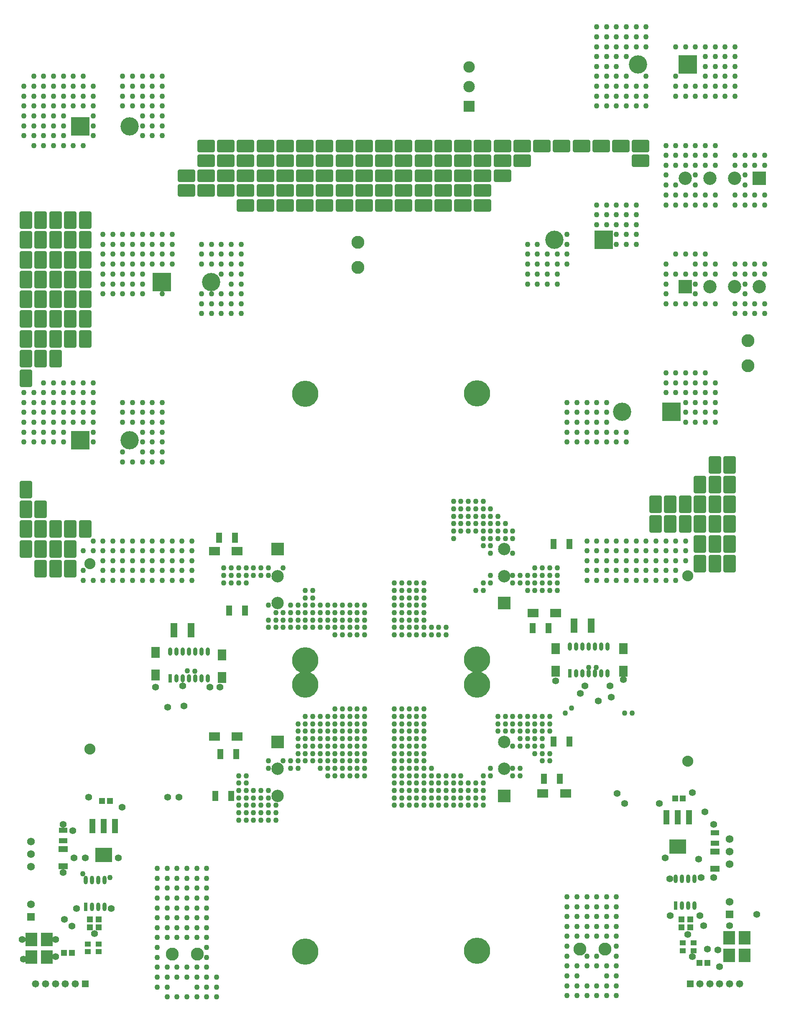
<source format=gts>
%FSTAX23Y23*%
%MOIN*%
%SFA1B1*%

%IPPOS*%
%AMD71*
4,1,8,0.059100,0.049200,-0.059100,0.049200,-0.068900,0.039400,-0.068900,-0.039400,-0.059100,-0.049200,0.059100,-0.049200,0.068900,-0.039400,0.068900,0.039400,0.059100,0.049200,0.0*
1,1,0.019600,0.059100,0.039400*
1,1,0.019600,-0.059100,0.039400*
1,1,0.019600,-0.059100,-0.039400*
1,1,0.019600,0.059100,-0.039400*
%
%AMD72*
4,1,8,-0.049200,0.059100,-0.049200,-0.059100,-0.039400,-0.068900,0.039400,-0.068900,0.049200,-0.059100,0.049200,0.059100,0.039400,0.068900,-0.039400,0.068900,-0.049200,0.059100,0.0*
1,1,0.019600,-0.039400,0.059100*
1,1,0.019600,-0.039400,-0.059100*
1,1,0.019600,0.039400,-0.059100*
1,1,0.019600,0.039400,0.059100*
%
G04~CAMADD=71~8~0.0~0.0~1378.0~984.0~98.0~0.0~15~0.0~0.0~0.0~0.0~0~0.0~0.0~0.0~0.0~0~0.0~0.0~0.0~0.0~1378.0~984.0*
%ADD71D71*%
G04~CAMADD=72~8~0.0~0.0~1378.0~984.0~98.0~0.0~15~0.0~0.0~0.0~0.0~0~0.0~0.0~0.0~0.0~0~0.0~0.0~0.0~90.0~984.0~1378.0*
%ADD72D72*%
%ADD73O,0.031600X0.065100*%
%ADD74R,0.031600X0.065100*%
%ADD75R,0.051300X0.080800*%
%ADD76R,0.067100X0.043400*%
%ADD77R,0.049300X0.039500*%
%ADD78R,0.053300X0.118200*%
%ADD79R,0.051300X0.047400*%
%ADD80R,0.047400X0.051300*%
%ADD81R,0.094000X0.110200*%
%ADD82R,0.047400X0.114300*%
%ADD83R,0.137900X0.114300*%
%ADD84R,0.086700X0.069000*%
%ADD85R,0.069000X0.086700*%
%ADD86R,0.031600X0.069000*%
%ADD87O,0.031600X0.069000*%
%ADD88R,0.076900X0.051300*%
%ADD89C,0.103000*%
%ADD90C,0.088000*%
%ADD91C,0.208800*%
%ADD92C,0.145800*%
%ADD93R,0.145800X0.145800*%
%ADD94C,0.098600*%
%ADD95R,0.098600X0.098600*%
%ADD96R,0.057900X0.057900*%
%ADD97C,0.057900*%
%ADD98C,0.106400*%
%ADD99R,0.106400X0.106400*%
%ADD100R,0.061500X0.061500*%
%ADD101C,0.061500*%
%ADD102R,0.091000X0.091000*%
%ADD103C,0.091000*%
%ADD104C,0.043400*%
%ADD105C,0.055200*%
%LNr100.230.010.000-00_invertor-1*%
%LPD*%
G54D71*
X03051Y07106D03*
X03208D03*
X03523D03*
X03366D03*
X03681D03*
X02893D03*
X02578D03*
X02736D03*
X02421D03*
X02263D03*
X02106D03*
X01791D03*
X01948D03*
X01633D03*
X01476Y0687D03*
Y06752D03*
X01633D03*
Y0687D03*
Y06988D03*
X01948D03*
Y0687D03*
Y06752D03*
Y06633D03*
X01791Y06752D03*
Y0687D03*
Y06988D03*
X02106Y06633D03*
Y06752D03*
Y0687D03*
Y06988D03*
X02263D03*
Y0687D03*
Y06752D03*
Y06633D03*
X02421D03*
Y06752D03*
Y0687D03*
Y06988D03*
X02736D03*
Y0687D03*
Y06752D03*
Y06633D03*
X02578D03*
Y06752D03*
Y0687D03*
Y06988D03*
X02893Y06633D03*
Y06752D03*
Y0687D03*
Y06988D03*
X03838Y07106D03*
X05098Y06988D03*
Y07106D03*
X0494D03*
X04783D03*
X04626D03*
X04468D03*
X04311D03*
X04153Y06988D03*
Y07106D03*
X03996D03*
Y06988D03*
Y0687D03*
X03681Y06988D03*
Y0687D03*
Y06752D03*
Y06633D03*
X03838D03*
Y06752D03*
Y0687D03*
Y06988D03*
X03366D03*
Y0687D03*
Y06752D03*
Y06633D03*
X03523D03*
Y06752D03*
Y0687D03*
Y06988D03*
X03208D03*
Y0687D03*
Y06752D03*
Y06633D03*
X03051D03*
Y06752D03*
Y0687D03*
Y06988D03*
G54D72*
X00196Y05728D03*
X00315D03*
X00433D03*
X00551D03*
Y0557D03*
X00433D03*
X00315D03*
X00196D03*
X00669D03*
Y05728D03*
Y06515D03*
Y062D03*
Y06358D03*
Y06043D03*
Y05885D03*
X00196D03*
X00315D03*
X00433D03*
X00551D03*
Y06043D03*
X00433D03*
X00315D03*
X00196D03*
Y06358D03*
X00315D03*
X00433D03*
X00551D03*
Y062D03*
X00433D03*
X00315D03*
X00196D03*
X00551Y06515D03*
X00433D03*
X00315D03*
X00196D03*
X00433Y05413D03*
X00315D03*
X00196D03*
Y05255D03*
Y0437D03*
Y04212D03*
X00315D03*
X00669Y04055D03*
X00196D03*
X00315D03*
X00433D03*
X00551D03*
X00196Y03897D03*
X00315D03*
X00433D03*
X00551D03*
X00315Y0374D03*
X00433D03*
X00551D03*
X05334Y04252D03*
X05452D03*
X0557D03*
X05689D03*
X05807D03*
X05334Y04094D03*
X05452D03*
X0557D03*
X05689D03*
X05807D03*
X0557Y03937D03*
X05689D03*
X05807D03*
X0557Y03779D03*
X05689D03*
X05807D03*
X05216Y04094D03*
Y04252D03*
X05807Y04409D03*
Y04566D03*
X05689Y04409D03*
Y04566D03*
X0557Y04409D03*
G54D73*
X01646Y03079D03*
X01596D03*
X01546D03*
X01496D03*
X01446D03*
X01396D03*
X01346D03*
X01646Y02865D03*
X01596D03*
X01546D03*
X01496D03*
X01446D03*
X01396D03*
X04835Y03119D03*
X04785D03*
X04735D03*
X04685D03*
X04635D03*
X04585D03*
X04535D03*
X04835Y02904D03*
X04785D03*
X04735D03*
X04685D03*
X04635D03*
X04585D03*
G54D74*
X01346Y02865D03*
X04535Y02904D03*
G54D75*
X01738Y03986D03*
X01864D03*
X01816Y03405D03*
X01942D03*
X01748Y02263D03*
X01874D03*
X01708Y01929D03*
X01834D03*
X04364Y03267D03*
X04238D03*
X04531Y03937D03*
X04405D03*
X04452Y02066D03*
X04326D03*
X04531Y02362D03*
X04405D03*
G54D76*
X05689Y01635D03*
Y01553D03*
X00492Y01655D03*
Y01572D03*
G54D77*
X00689Y00749D03*
Y00688D03*
X00777Y00749D03*
Y00688D03*
X05433Y00758D03*
Y00697D03*
X05521Y00758D03*
Y00697D03*
G54D78*
X01378Y03248D03*
X01514D03*
X04567Y03287D03*
X04703D03*
G54D79*
X00708Y00883D03*
Y00946D03*
X00777Y00883D03*
Y00946D03*
X05423Y00883D03*
Y00946D03*
X05492Y00883D03*
Y00946D03*
G54D80*
X00805Y01889D03*
X00868D03*
X05372Y01909D03*
X05435D03*
X00563Y00679D03*
X005D03*
X05568Y006D03*
X05631D03*
G54D81*
X00241Y00645D03*
X00365D03*
X00241Y00785D03*
X00365D03*
X05804Y00658D03*
X05928D03*
X05804Y00798D03*
X05928D03*
G54D82*
X00907Y0169D03*
X00816D03*
X00726D03*
X05484Y01759D03*
X05393D03*
X05303D03*
G54D83*
X00816Y01458D03*
X05393Y01527D03*
G54D84*
X017Y03878D03*
X01881D03*
X017Y02401D03*
X01881D03*
X04421Y03385D03*
X0424D03*
X045Y01948D03*
X04318D03*
G54D85*
X0123Y03072D03*
Y02891D03*
X01761Y03053D03*
Y02872D03*
X04419Y03102D03*
Y02921D03*
X0496Y03102D03*
Y02921D03*
G54D86*
X00673Y01044D03*
X05377Y01054D03*
G54D87*
X00723Y01044D03*
X00773D03*
X00823D03*
X00673Y01258D03*
X00723D03*
X00773D03*
X00823D03*
X05427Y01054D03*
X05477D03*
X05527D03*
X05377Y01268D03*
X05427D03*
X05477D03*
X05527D03*
G54D88*
X00492Y01369D03*
Y01504D03*
X05689Y01349D03*
Y01485D03*
G54D89*
X04613Y00708D03*
X04813D03*
X02844Y06338D03*
Y06138D03*
X01365Y00669D03*
X01565D03*
X05954Y05354D03*
Y05554D03*
G54D90*
X00708Y02303D03*
Y03779D03*
X05472Y02204D03*
Y03681D03*
G54D91*
X02423Y05133D03*
Y0301D03*
X03793Y03014D03*
Y05137D03*
X02423Y02814D03*
Y0069D03*
X03793Y00694D03*
Y02817D03*
G54D92*
X01023Y04763D03*
Y07263D03*
X0495Y0499D03*
X04409Y06358D03*
X05078Y07755D03*
X01673Y06023D03*
G54D93*
X00629Y04763D03*
Y07263D03*
X05344Y0499D03*
X04803Y06358D03*
X05472Y07755D03*
X01279Y06023D03*
G54D94*
X04009Y02359D03*
Y02144D03*
X02202Y0193D03*
Y02144D03*
Y03465D03*
Y0368D03*
X04009Y03894D03*
Y0368D03*
G54D95*
X04009Y0193D03*
X02202Y02359D03*
Y03894D03*
X04009Y03465D03*
G54D96*
X05492Y00433D03*
X00669D03*
G54D97*
X0557Y00433D03*
X05649D03*
X05728D03*
X05807D03*
X05886D03*
X0059D03*
X00511D03*
X00433D03*
X00354D03*
X00275D03*
G54D98*
X06043Y05984D03*
X05846D03*
X05649D03*
X05452Y0685D03*
X05649D03*
X05846D03*
G54D99*
X05452Y05984D03*
X06043Y0685D03*
G54D100*
X00236Y00965D03*
X05807Y00984D03*
G54D101*
X00236Y01065D03*
Y01365D03*
Y01465D03*
Y01565D03*
X05807Y01084D03*
Y01384D03*
Y01484D03*
Y01584D03*
G54D102*
X0373Y07422D03*
G54D103*
X0373Y07578D03*
Y07734D03*
G54D104*
X01283Y05063D03*
Y04984D03*
Y04905D03*
Y04826D03*
Y04748D03*
Y04669D03*
Y0459D03*
X01204Y05063D03*
Y04984D03*
Y04905D03*
Y04826D03*
Y04748D03*
Y04669D03*
Y0459D03*
X01126Y05063D03*
Y04984D03*
Y04905D03*
Y04826D03*
Y04748D03*
Y04669D03*
Y0459D03*
X01047Y05063D03*
Y04984D03*
Y04905D03*
Y0459D03*
X00968Y05063D03*
Y04984D03*
Y04905D03*
Y04669D03*
Y0459D03*
X04511Y06322D03*
Y06244D03*
Y06165D03*
X04433D03*
Y06007D03*
X04354Y06244D03*
Y06007D03*
X04275Y06165D03*
Y06086D03*
Y06007D03*
X04196Y06322D03*
Y06244D03*
X04511Y06401D03*
X04275Y06322D03*
X04433Y06244D03*
X04275D03*
X04354Y06165D03*
X04433Y06086D03*
X04354D03*
X04196Y06165D03*
Y06086D03*
Y06007D03*
X04374Y02563D03*
Y02503D03*
Y02444D03*
Y02267D03*
Y02208D03*
X04315Y02563D03*
Y02503D03*
Y02444D03*
Y02385D03*
Y02326D03*
Y02267D03*
Y02208D03*
X04255Y02563D03*
Y02503D03*
Y02444D03*
Y02385D03*
Y02326D03*
Y02267D03*
X04196Y02563D03*
Y02503D03*
Y02444D03*
Y02385D03*
Y02326D03*
X04137Y02563D03*
Y02503D03*
Y02444D03*
Y02385D03*
Y02326D03*
X04078Y02563D03*
Y02503D03*
Y02444D03*
Y02326D03*
X04019Y02563D03*
Y02503D03*
Y02444D03*
X0396Y02563D03*
Y02503D03*
Y02444D03*
X04984Y04748D03*
X04826Y05063D03*
Y04984D03*
Y04826D03*
Y04748D03*
X04748Y04984D03*
Y04905D03*
Y04826D03*
Y04748D03*
X04669Y04984D03*
Y04905D03*
X0459Y05063D03*
Y04905D03*
Y04826D03*
X04511Y04984D03*
Y04905D03*
X06086Y06165D03*
Y06086D03*
Y0585D03*
Y05771D03*
X06007Y06165D03*
Y06086D03*
Y0585D03*
Y05771D03*
X05929Y06165D03*
Y06086D03*
Y06007D03*
Y05929D03*
Y0585D03*
Y05771D03*
X0585Y06165D03*
Y06086D03*
Y0585D03*
Y05771D03*
X06086Y07031D03*
Y06952D03*
Y06716D03*
Y06637D03*
X06007Y07031D03*
Y06952D03*
Y06716D03*
Y06637D03*
X05929Y07031D03*
Y06952D03*
Y06874D03*
Y06795D03*
Y06716D03*
Y06637D03*
X0585Y07031D03*
Y06952D03*
Y06716D03*
Y06637D03*
X05692Y06165D03*
Y06086D03*
Y0585D03*
X05614Y06086D03*
Y0585D03*
X05535Y06086D03*
X05456D03*
Y0585D03*
X05378Y06086D03*
X05299Y06165D03*
Y06007D03*
Y05929D03*
Y0585D03*
X05141Y08055D03*
Y07661D03*
Y07425D03*
X05063Y08055D03*
Y07897D03*
Y07582D03*
Y07503D03*
X04984Y08055D03*
Y07661D03*
Y07425D03*
X04905Y07976D03*
Y07818D03*
Y07661D03*
Y07582D03*
X04826D03*
X04748Y07976D03*
Y0774D03*
Y07661D03*
Y07425D03*
X05692Y0522D03*
Y05063D03*
Y04984D03*
X05614Y05141D03*
Y05063D03*
X05535Y05299D03*
Y04905D03*
X05456Y0522D03*
Y04984D03*
Y04905D03*
X05378Y05299D03*
X05299D03*
Y0522D03*
Y05141D03*
Y06637D03*
X05063Y06559D03*
Y0648D03*
Y06401D03*
X04984Y0648D03*
Y06401D03*
X04905Y06637D03*
Y06559D03*
Y06322D03*
X04748Y06637D03*
Y06559D03*
X05692Y07031D03*
Y06952D03*
Y06716D03*
Y06637D03*
X05614Y07031D03*
Y06716D03*
X05535Y0711D03*
Y06952D03*
Y06874D03*
Y06716D03*
X05456Y06952D03*
Y06716D03*
X05378Y0711D03*
Y07031D03*
Y06795D03*
Y06716D03*
Y06637D03*
X05299Y0711D03*
Y07031D03*
Y06874D03*
Y06795D03*
Y06716D03*
X0585Y07897D03*
Y07818D03*
Y0774D03*
Y07661D03*
Y07503D03*
X05771Y07818D03*
Y07661D03*
X05692Y0774D03*
Y07582D03*
X05614Y0774D03*
Y07661D03*
Y07582D03*
Y07503D03*
X05456Y07897D03*
X05378D03*
Y07661D03*
Y07582D03*
Y07503D03*
X00866Y01279D03*
X00649Y01309D03*
X01545Y02923D03*
X01485Y02924D03*
X02897Y03448D03*
Y03389D03*
Y0333D03*
Y03271D03*
Y03212D03*
X02838Y03448D03*
Y03389D03*
Y0333D03*
Y03271D03*
Y03212D03*
X02779Y03448D03*
Y03389D03*
Y0333D03*
Y03271D03*
Y03212D03*
X0272Y03448D03*
Y03389D03*
Y0333D03*
Y03271D03*
Y03212D03*
X02661Y03448D03*
Y03389D03*
Y0333D03*
Y03271D03*
Y03212D03*
X02602Y03389D03*
Y0333D03*
Y03271D03*
X02543Y0333D03*
Y03271D03*
X02484Y03507D03*
Y03389D03*
Y0333D03*
Y03271D03*
X02425Y03507D03*
Y03389D03*
Y0333D03*
Y03271D03*
X02366Y03448D03*
Y03389D03*
Y0333D03*
Y03271D03*
X02307Y03448D03*
Y03389D03*
Y0333D03*
Y03271D03*
X02248Y03389D03*
Y0333D03*
Y03271D03*
X02189Y03389D03*
Y0333D03*
Y03271D03*
X02129Y03448D03*
Y0333D03*
Y03271D03*
X02248Y03744D03*
X02129D03*
Y03685D03*
X0207Y03744D03*
Y03685D03*
X02011Y03744D03*
Y03685D03*
X01952Y03744D03*
Y03685D03*
Y03626D03*
X01893Y03744D03*
Y03685D03*
Y03626D03*
X01834Y03744D03*
Y03685D03*
Y03626D03*
X01775Y03744D03*
Y03685D03*
Y03626D03*
X05029Y02588D03*
X0497D03*
X04498D03*
X04547Y02628D03*
X04744Y02952D03*
X05456Y0396D03*
X05378D03*
Y03881D03*
X05299Y0396D03*
Y03645D03*
X0522Y03881D03*
Y03724D03*
Y03645D03*
X05141Y0396D03*
Y03881D03*
Y03803D03*
X04984Y03881D03*
Y03724D03*
Y03645D03*
X04905Y03881D03*
Y03724D03*
Y03645D03*
X04826Y0396D03*
Y03881D03*
Y03803D03*
X04748Y03881D03*
X04669Y03724D03*
X01519Y03881D03*
Y03803D03*
Y03724D03*
Y03645D03*
X0144Y0396D03*
Y03803D03*
Y03645D03*
X01362Y0396D03*
Y03803D03*
Y03724D03*
Y03645D03*
X01283Y0396D03*
Y03881D03*
Y03724D03*
Y03645D03*
X01204Y03803D03*
Y03724D03*
Y03645D03*
X01126Y0396D03*
Y03803D03*
Y03645D03*
X01047Y0396D03*
Y03803D03*
Y03645D03*
X00968Y03881D03*
Y03724D03*
X00889Y0396D03*
Y03881D03*
Y03803D03*
Y03724D03*
Y03645D03*
X00811Y0396D03*
Y03881D03*
Y03803D03*
X00732Y03881D03*
Y03645D03*
X00653D03*
X02129Y02149D03*
Y02208D03*
X02248D03*
X02307Y02149D03*
Y02208D03*
X02366Y02149D03*
Y02208D03*
Y02267D03*
Y02326D03*
Y02385D03*
Y02444D03*
Y02503D03*
X02425Y02208D03*
Y02267D03*
Y02326D03*
Y02385D03*
Y02444D03*
Y02503D03*
Y02563D03*
X02484Y02208D03*
Y02267D03*
Y02326D03*
Y02385D03*
Y02444D03*
Y02503D03*
Y02563D03*
X02543Y02149D03*
Y02208D03*
Y02267D03*
Y02326D03*
Y02385D03*
Y02444D03*
Y02503D03*
Y02563D03*
X02602Y0209D03*
Y02149D03*
Y02208D03*
Y02267D03*
Y02326D03*
Y02385D03*
Y02444D03*
Y02503D03*
Y02563D03*
X02661Y0209D03*
Y02149D03*
Y02208D03*
Y02267D03*
Y02326D03*
Y02385D03*
Y02444D03*
Y02503D03*
Y02563D03*
Y02622D03*
X0272Y0209D03*
Y02149D03*
Y02208D03*
Y02267D03*
Y02326D03*
Y02385D03*
Y02444D03*
Y02503D03*
Y02563D03*
Y02622D03*
X02779Y0209D03*
Y02149D03*
Y02208D03*
Y02267D03*
Y02326D03*
Y02385D03*
Y02444D03*
Y02503D03*
Y02563D03*
Y02622D03*
X02838Y0209D03*
Y02149D03*
Y02208D03*
Y02267D03*
Y02326D03*
Y02385D03*
Y02444D03*
Y02503D03*
Y02563D03*
Y02622D03*
X02897Y0209D03*
Y02149D03*
Y02208D03*
Y02267D03*
Y02326D03*
Y02385D03*
Y02444D03*
Y02503D03*
Y02563D03*
Y02622D03*
X01244Y00407D03*
Y00486D03*
Y00565D03*
Y00643D03*
Y00722D03*
Y00801D03*
Y00879D03*
Y00958D03*
Y01037D03*
Y01116D03*
Y01194D03*
Y01273D03*
Y01352D03*
X01322Y00328D03*
Y00407D03*
Y00486D03*
Y00565D03*
Y00801D03*
Y00879D03*
Y00958D03*
Y01037D03*
Y01116D03*
Y01194D03*
Y01273D03*
Y01352D03*
X01401Y00328D03*
Y00486D03*
Y00565D03*
Y00801D03*
Y00879D03*
Y00958D03*
Y01037D03*
Y01116D03*
Y01194D03*
Y01273D03*
Y01352D03*
X0148Y00328D03*
Y00486D03*
Y00565D03*
Y00801D03*
Y00879D03*
Y00958D03*
Y01037D03*
Y01116D03*
Y01194D03*
Y01273D03*
Y01352D03*
X01559Y00328D03*
Y00407D03*
Y00486D03*
Y00565D03*
Y00801D03*
Y00879D03*
Y00958D03*
Y01037D03*
Y01116D03*
Y01194D03*
Y01273D03*
Y01352D03*
X01637Y00328D03*
Y00407D03*
Y00486D03*
Y00565D03*
Y00643D03*
Y00722D03*
Y00801D03*
Y00879D03*
Y00958D03*
Y01037D03*
Y01116D03*
Y01194D03*
Y01273D03*
Y01352D03*
X01716Y00328D03*
Y00407D03*
Y00486D03*
X03606Y04098D03*
Y04157D03*
Y04216D03*
Y04275D03*
X03665Y04157D03*
Y04275D03*
X03724Y04098D03*
Y04216D03*
Y04275D03*
X03783Y04157D03*
Y04275D03*
X03842Y03921D03*
Y04039D03*
Y04098D03*
Y04157D03*
X03901Y04216D03*
X0396Y04098D03*
X04019Y0398D03*
Y04039D03*
Y04098D03*
X04078Y03862D03*
Y0398D03*
X03133Y0333D03*
Y03389D03*
X03192Y03271D03*
Y03507D03*
Y03566D03*
Y03626D03*
X03252Y03566D03*
X03311Y03212D03*
Y03389D03*
Y03448D03*
Y03507D03*
Y03566D03*
Y03626D03*
X0337Y03271D03*
Y03389D03*
Y03448D03*
Y03507D03*
Y03566D03*
X03429Y03271D03*
X03547D03*
X03133Y01854D03*
Y02031D03*
Y02149D03*
Y02208D03*
Y02267D03*
X03192Y02031D03*
Y02208D03*
Y02267D03*
X03252Y01972D03*
Y02267D03*
Y02444D03*
Y02563D03*
X03311Y01972D03*
Y02031D03*
Y02149D03*
Y02267D03*
Y02326D03*
Y02385D03*
Y02444D03*
Y02503D03*
Y02622D03*
X0337Y01854D03*
Y0209D03*
Y02149D03*
Y02208D03*
Y02267D03*
Y02326D03*
Y02385D03*
Y02503D03*
Y02563D03*
Y02622D03*
X03429Y01913D03*
Y01972D03*
Y02031D03*
Y0209D03*
X03488Y01854D03*
Y0209D03*
X03547Y01854D03*
Y0209D03*
X03606Y01854D03*
Y01913D03*
Y02031D03*
X03665Y01913D03*
Y01972D03*
Y02031D03*
Y0209D03*
X03724Y01854D03*
Y01913D03*
Y01972D03*
X03783D03*
X03842Y01854D03*
X03901Y0209D03*
Y02149D03*
X04078Y0209D03*
X04137Y02149D03*
X0396Y04157D03*
X03901Y04098D03*
Y04157D03*
X04078Y04039D03*
X0396D03*
X03901Y0398D03*
Y04039D03*
X03842Y04275D03*
Y04216D03*
X03783D03*
Y04039D03*
Y04098D03*
X0396Y0398D03*
X03901Y03921D03*
X04137Y0209D03*
X04078Y02149D03*
X03842Y0398D03*
X03901Y03862D03*
X03842Y0209D03*
X03783Y02031D03*
X03842Y01972D03*
Y02031D03*
Y01913D03*
X03783D03*
X03724Y04157D03*
X03665Y04216D03*
X03724Y04039D03*
X03665Y04098D03*
Y04039D03*
X03606Y0398D03*
Y04039D03*
X03488Y03271D03*
X03724Y02031D03*
X03606Y0209D03*
Y01972D03*
X03547Y03212D03*
Y02031D03*
X03488Y03212D03*
X03547Y01972D03*
X03488Y02031D03*
X03547Y01913D03*
X03488Y01972D03*
Y01913D03*
X03783Y01854D03*
X03665D03*
X0337Y03626D03*
X03252Y03507D03*
X0337Y03212D03*
X03429D03*
X0337Y0333D03*
X03311Y03271D03*
Y0333D03*
Y02563D03*
X03252Y03448D03*
Y03626D03*
X03192Y03448D03*
X03133Y03566D03*
Y03626D03*
Y03448D03*
Y03507D03*
X03252Y03389D03*
Y03271D03*
Y0333D03*
X03192D03*
Y03212D03*
X03252D03*
Y02622D03*
Y02503D03*
X03192D03*
Y03389D03*
X03133Y03271D03*
Y03212D03*
X03192Y02622D03*
Y02563D03*
X03133Y02622D03*
Y02563D03*
Y02503D03*
X0337Y02444D03*
X03429Y02149D03*
X0337Y01972D03*
Y02031D03*
X03252Y02385D03*
X03311Y02208D03*
Y0209D03*
X03252Y02149D03*
X03429Y01854D03*
X0337Y01913D03*
X03311Y01854D03*
Y01913D03*
X03252Y02326D03*
X03192Y02444D03*
Y02326D03*
Y02385D03*
X03252Y0209D03*
Y02208D03*
Y01913D03*
Y02031D03*
X03192Y02149D03*
Y0209D03*
X03133Y02385D03*
Y02444D03*
Y02326D03*
X03192Y01913D03*
Y01972D03*
X03133Y0209D03*
Y01972D03*
X03252Y01854D03*
X03192D03*
X03133Y01913D03*
X01893Y01736D03*
Y01795D03*
Y01854D03*
Y01913D03*
Y01972D03*
Y02031D03*
Y0209D03*
X01952Y01736D03*
Y01795D03*
Y01854D03*
Y01913D03*
Y01972D03*
Y02031D03*
Y0209D03*
X02011Y01736D03*
Y01795D03*
Y01854D03*
Y01913D03*
Y01972D03*
X0207Y01736D03*
Y01795D03*
Y01854D03*
Y01913D03*
Y01972D03*
X02129Y01736D03*
Y01795D03*
Y01854D03*
Y01913D03*
Y01972D03*
X02189Y01736D03*
Y01795D03*
Y01854D03*
X04511Y00338D03*
Y00417D03*
Y00496D03*
Y00574D03*
Y00653D03*
Y00732D03*
Y00811D03*
Y00889D03*
Y00968D03*
Y01047D03*
Y01126D03*
X0459Y00338D03*
Y00417D03*
Y00496D03*
Y00574D03*
Y00811D03*
Y00889D03*
Y00968D03*
Y01047D03*
Y01126D03*
X04669Y00338D03*
Y00417D03*
Y00574D03*
Y00653D03*
Y00811D03*
Y00889D03*
Y00968D03*
Y01047D03*
Y01126D03*
X04748Y00338D03*
Y00417D03*
Y00574D03*
Y00653D03*
Y00811D03*
Y00889D03*
Y00968D03*
Y01047D03*
Y01126D03*
X04826Y00338D03*
Y00417D03*
Y00496D03*
Y00574D03*
Y00811D03*
Y00889D03*
Y00968D03*
Y01047D03*
Y01126D03*
X04905Y00338D03*
Y00417D03*
Y00496D03*
Y00574D03*
Y00653D03*
Y00732D03*
Y00811D03*
Y00889D03*
Y00968D03*
Y01047D03*
Y01126D03*
X03783Y03566D03*
X03842D03*
Y03626D03*
X03901D03*
Y03685D03*
X04078Y03626D03*
Y03685D03*
X04137Y03626D03*
Y03685D03*
X04196Y03566D03*
Y03626D03*
Y03685D03*
X04255Y03566D03*
Y03626D03*
Y03685D03*
Y03744D03*
X04315Y03566D03*
Y03626D03*
Y03685D03*
Y03744D03*
X04374Y03566D03*
Y03626D03*
Y03685D03*
Y03744D03*
X04433Y03566D03*
Y03626D03*
Y03685D03*
Y03744D03*
X04685Y02952D03*
X02543Y03389D03*
X02602Y03448D03*
X02484Y03566D03*
X02425D03*
X02543Y03448D03*
X02484D03*
X02425D03*
X05141Y07976D03*
X05063D03*
X05141Y07897D03*
Y07582D03*
X04984Y07976D03*
Y07897D03*
X04905D03*
X04984Y07818D03*
Y07582D03*
X04905Y0774D03*
X05614Y06244D03*
X05378D03*
X05535D03*
X05456D03*
X05614Y06165D03*
X05535D03*
X05141Y07503D03*
X04984D03*
X05063Y07425D03*
X04905Y08055D03*
X04826Y07897D03*
Y07976D03*
Y07818D03*
X04905Y07503D03*
X04826Y08055D03*
X04748D03*
Y07897D03*
Y07818D03*
X04826Y0774D03*
Y07661D03*
X04748Y07582D03*
X04905Y07425D03*
X04826Y07503D03*
Y07425D03*
X04748Y07503D03*
X05535Y06007D03*
Y05929D03*
Y0585D03*
X05299Y06086D03*
X05378Y0585D03*
X04748Y05063D03*
X04984Y04826D03*
X04905D03*
X04826Y04905D03*
X04905Y04748D03*
X04669D03*
Y05063D03*
X04511D03*
X0459Y04984D03*
X04669Y04826D03*
X0459Y04748D03*
X04511Y04826D03*
Y04748D03*
X05771Y07897D03*
X05692D03*
X0585Y07582D03*
X05771Y0774D03*
Y07582D03*
X05692Y07818D03*
X05614Y07897D03*
Y07818D03*
X05535Y07897D03*
X05692Y07661D03*
X05535Y07582D03*
X05771Y07503D03*
X05692D03*
Y0711D03*
X05535Y07503D03*
X05614Y0711D03*
X05535Y07031D03*
X05614Y06952D03*
Y06637D03*
X05535Y06795D03*
Y06637D03*
X05456Y07503D03*
Y07582D03*
Y07031D03*
Y0711D03*
X05299Y06952D03*
X05378D03*
X05456Y06637D03*
X05063D03*
X04984D03*
Y06559D03*
Y06322D03*
X04826Y06637D03*
X04905Y0648D03*
Y06401D03*
X04826Y0648D03*
Y06559D03*
X04748Y0648D03*
X05614Y05299D03*
Y0522D03*
X05535D03*
X05692Y05141D03*
X05535D03*
X05456Y05299D03*
X05535Y05063D03*
X05456Y05141D03*
Y05063D03*
X05378Y05141D03*
Y0522D03*
X05614Y04984D03*
X05535D03*
X05614Y04905D03*
X05692D03*
X05456Y03803D03*
Y03881D03*
X05378Y03803D03*
X05299Y03881D03*
X05378Y03724D03*
X05299Y03803D03*
X05378Y03645D03*
X05299Y03724D03*
X0522Y0396D03*
X05063Y06322D03*
Y0396D03*
X04984D03*
X05063Y03881D03*
X0522Y03803D03*
X05063D03*
X04984D03*
X04905Y0396D03*
X04669D03*
X04748D03*
X04669Y03881D03*
X05063Y03724D03*
X05141D03*
X04905Y03803D03*
X05063Y03645D03*
X05141D03*
X04748Y03803D03*
X04669D03*
X04826Y03724D03*
X04748D03*
X04669Y03645D03*
X04826D03*
X04748D03*
X00968Y0396D03*
X01519D03*
X0144Y03724D03*
Y03881D03*
X01204Y0396D03*
X01362Y03881D03*
X01204D03*
X01126D03*
X01047D03*
X00732Y0396D03*
X00653Y03881D03*
X01283Y03803D03*
X01047Y03724D03*
X01126D03*
X00968Y03803D03*
X00811Y03724D03*
X00653D03*
X00968Y03645D03*
X00811D03*
X00181Y04748D03*
Y04826D03*
Y04905D03*
Y04984D03*
Y05063D03*
Y05141D03*
Y07189D03*
Y07267D03*
Y07346D03*
Y07425D03*
Y07503D03*
Y07582D03*
X00259Y04748D03*
Y04826D03*
Y04905D03*
Y04984D03*
Y05063D03*
Y05141D03*
Y0711D03*
Y07189D03*
Y07267D03*
Y07346D03*
Y07425D03*
Y07503D03*
Y07582D03*
Y07661D03*
X00338Y04748D03*
Y04826D03*
Y04905D03*
Y04984D03*
Y05063D03*
Y05141D03*
Y0522D03*
Y0711D03*
Y07189D03*
Y07267D03*
Y07346D03*
Y07425D03*
Y07503D03*
Y07582D03*
Y07661D03*
X00417Y04748D03*
Y04826D03*
Y04905D03*
Y04984D03*
Y05063D03*
Y05141D03*
Y0522D03*
Y0711D03*
Y07189D03*
Y07267D03*
Y07346D03*
Y07425D03*
Y07503D03*
Y07582D03*
Y07661D03*
X00496Y04748D03*
Y04826D03*
Y04905D03*
Y04984D03*
Y05063D03*
Y05141D03*
Y0522D03*
Y0711D03*
Y07189D03*
Y07267D03*
Y07346D03*
Y07425D03*
Y07503D03*
Y07582D03*
Y07661D03*
X00574Y04905D03*
Y04984D03*
Y05063D03*
Y05141D03*
Y0522D03*
Y0711D03*
Y07425D03*
Y07503D03*
Y07582D03*
Y07661D03*
X00653Y04905D03*
Y04984D03*
Y05063D03*
Y05141D03*
Y0522D03*
Y0711D03*
Y07425D03*
Y07503D03*
Y07582D03*
Y07661D03*
X00732Y04748D03*
Y04826D03*
Y04905D03*
Y04984D03*
Y05063D03*
Y05141D03*
Y0522D03*
Y07189D03*
Y07267D03*
Y07346D03*
Y07425D03*
Y07503D03*
Y07582D03*
X00811Y05929D03*
Y06007D03*
Y06086D03*
Y06165D03*
Y06244D03*
Y06322D03*
Y06401D03*
X00889Y05929D03*
Y06007D03*
Y06086D03*
Y06165D03*
Y06244D03*
Y06322D03*
Y06401D03*
X00968Y05929D03*
Y06007D03*
Y06086D03*
Y06165D03*
Y06244D03*
Y06322D03*
Y06401D03*
X01047Y05929D03*
Y06007D03*
Y06086D03*
Y06165D03*
Y06244D03*
Y06322D03*
Y06401D03*
X01126Y05929D03*
Y06007D03*
Y06086D03*
Y06165D03*
Y06244D03*
Y06322D03*
Y06401D03*
X01204Y06165D03*
Y06244D03*
Y06322D03*
Y06401D03*
X01283Y05929D03*
Y06165D03*
Y06244D03*
Y06322D03*
Y06401D03*
X01362Y06165D03*
Y06244D03*
Y06322D03*
Y06401D03*
X00968Y07425D03*
Y07503D03*
Y07582D03*
Y07661D03*
X01047Y07425D03*
Y07503D03*
Y07582D03*
Y07661D03*
X01126Y07189D03*
Y07267D03*
Y07346D03*
Y07425D03*
Y07503D03*
Y07582D03*
Y07661D03*
X01204Y07189D03*
Y07267D03*
Y07346D03*
Y07425D03*
Y07503D03*
Y07582D03*
Y07661D03*
X01283Y07189D03*
Y07267D03*
Y07346D03*
Y07425D03*
Y07503D03*
Y07582D03*
Y07661D03*
X01598Y05771D03*
Y0585D03*
Y05929D03*
Y06165D03*
Y06244D03*
Y06322D03*
X01677Y05771D03*
Y0585D03*
Y05929D03*
Y06165D03*
Y06244D03*
Y06322D03*
X01755Y05771D03*
Y0585D03*
Y05929D03*
Y06086D03*
Y06165D03*
Y06244D03*
Y06322D03*
X01834Y05771D03*
Y0585D03*
Y05929D03*
Y06007D03*
Y06086D03*
Y06165D03*
Y06244D03*
Y06322D03*
X01913Y05771D03*
Y0585D03*
Y05929D03*
Y06007D03*
Y06086D03*
Y06165D03*
Y06244D03*
Y06322D03*
G54D105*
X00743Y00831D03*
X00876Y01033D03*
X006D03*
X00563Y00893D03*
X00502Y00944D03*
X00433Y00649D03*
Y00787D03*
X01456Y02647D03*
X01417Y01919D03*
X01328Y02637D03*
Y01919D03*
X00935Y01437D03*
X00669D03*
X00964Y0184D03*
X00698Y01919D03*
X05246Y0187D03*
X05511Y01954D03*
X05679Y01702D03*
X0057Y01653D03*
X0058Y01437D03*
X00492Y01318D03*
Y01702D03*
X0123Y02795D03*
X01663D03*
X01446Y02805D03*
X0496Y02854D03*
X04761Y02687D03*
X04862Y02716D03*
X0497Y0187D03*
X04911Y01948D03*
X04616Y02746D03*
X04419Y02844D03*
X05629Y00708D03*
X05472Y00826D03*
X056Y00895D03*
X0557Y00974D03*
X05334D03*
X05511Y00649D03*
X05728Y0057D03*
X05561Y01427D03*
X05295Y01437D03*
X05329Y01269D03*
X05679Y01279D03*
X0561Y01801D03*
X0558Y01279D03*
X06023Y00984D03*
X05807Y00895D03*
X05712Y00702D03*
X04852Y02805D03*
X04655D03*
X00177Y00629D03*
X00167Y00787D03*
X01742Y02795D03*
M02*
</source>
